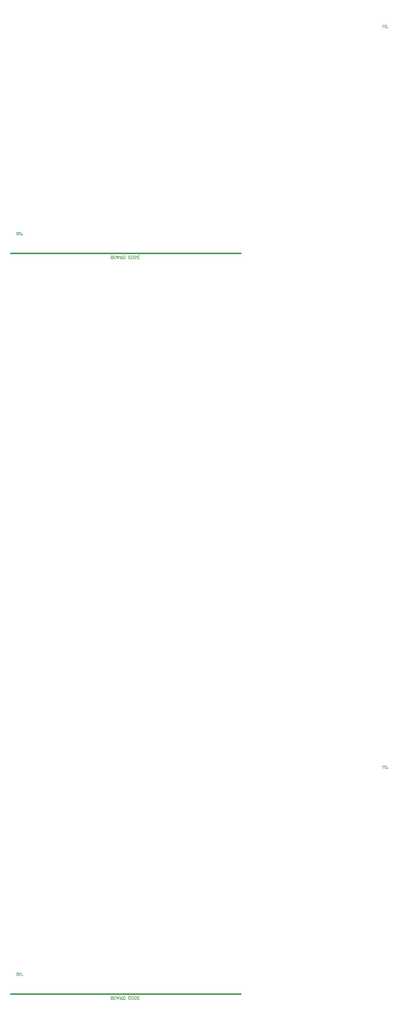
<source format=gbr>
G04 DipTrace 2.4.0.2*
%INBottomAssy.gbr*%
%MOMM*%
%ADD10C,0.25*%
%ADD12C,0.076*%
%FSLAX53Y53*%
G04*
G71*
G90*
G75*
G01*
%LNBotAssy*%
%LPD*%
X31040Y-1520D2*
D10*
X70560D1*
X95407Y37574D2*
D12*
Y37185D1*
X95431Y37112D1*
X95456Y37088D1*
X95504Y37064D1*
X95553D1*
X95601Y37088D1*
X95626Y37112D1*
X95650Y37185D1*
Y37234D1*
X95250Y37476D2*
X95201Y37501D1*
X95128Y37573D1*
Y37064D1*
X94972Y37476D2*
X94923Y37501D1*
X94850Y37573D1*
Y37064D1*
X32854Y2114D2*
Y1725D1*
X32878Y1652D1*
X32903Y1628D1*
X32951Y1604D1*
X33000D1*
X33048Y1628D1*
X33072Y1652D1*
X33097Y1725D1*
Y1774D1*
X32697Y2016D2*
X32648Y2041D1*
X32575Y2113D1*
Y1604D1*
X32127Y2041D2*
X32151Y2089D1*
X32224Y2113D1*
X32272D1*
X32345Y2089D1*
X32394Y2016D1*
X32418Y1895D1*
Y1774D1*
X32394Y1677D1*
X32345Y1628D1*
X32272Y1604D1*
X32248D1*
X32176Y1628D1*
X32127Y1677D1*
X32103Y1750D1*
Y1774D1*
X32127Y1847D1*
X32176Y1895D1*
X32248Y1919D1*
X32272D1*
X32345Y1895D1*
X32394Y1847D1*
X32418Y1774D1*
X48273Y-2493D2*
Y-1982D1*
X48492D1*
X48565Y-2007D1*
X48589Y-2031D1*
X48613Y-2079D1*
Y-2152D1*
X48589Y-2201D1*
X48565Y-2225D1*
X48492Y-2250D1*
X48565Y-2274D1*
X48589Y-2298D1*
X48613Y-2347D1*
Y-2396D1*
X48589Y-2444D1*
X48565Y-2469D1*
X48492Y-2493D1*
X48273D1*
Y-2250D2*
X48492D1*
X48916Y-2493D2*
X48867Y-2469D1*
X48819Y-2420D1*
X48794Y-2371D1*
X48770Y-2298D1*
Y-2177D1*
X48794Y-2104D1*
X48819Y-2055D1*
X48867Y-2007D1*
X48916Y-1982D1*
X49013D1*
X49061Y-2007D1*
X49110Y-2055D1*
X49134Y-2104D1*
X49158Y-2177D1*
Y-2298D1*
X49134Y-2371D1*
X49110Y-2420D1*
X49061Y-2469D1*
X49013Y-2493D1*
X48916D1*
X49704Y-1982D2*
X49509Y-2493D1*
X49315Y-1982D1*
X49388Y-2152D2*
X49631D1*
X49861Y-2250D2*
X50080D1*
X50153Y-2274D1*
X50177Y-2298D1*
X50201Y-2347D1*
Y-2396D1*
X50177Y-2444D1*
X50153Y-2469D1*
X50080Y-2493D1*
X49861D1*
Y-1982D1*
X50031Y-2250D2*
X50201Y-1982D1*
X50358Y-2493D2*
Y-1982D1*
X50528D1*
X50601Y-2007D1*
X50650Y-2055D1*
X50674Y-2104D1*
X50699Y-2177D1*
Y-2298D1*
X50674Y-2371D1*
X50650Y-2420D1*
X50601Y-2469D1*
X50528Y-2493D1*
X50358D1*
X51665D2*
X51349D1*
Y-1982D1*
X51665D1*
X51349Y-2250D2*
X51544D1*
X51822Y-2493D2*
Y-1982D1*
X51992D1*
X52065Y-2007D1*
X52114Y-2055D1*
X52138Y-2104D1*
X52162Y-2177D1*
Y-2298D1*
X52138Y-2371D1*
X52114Y-2420D1*
X52065Y-2469D1*
X51992Y-2493D1*
X51822D1*
X52683Y-2371D2*
X52659Y-2420D1*
X52610Y-2469D1*
X52562Y-2493D1*
X52465D1*
X52416Y-2469D1*
X52368Y-2420D1*
X52343Y-2371D1*
X52319Y-2298D1*
Y-2177D1*
X52343Y-2104D1*
X52368Y-2055D1*
X52416Y-2007D1*
X52465Y-1982D1*
X52562D1*
X52610Y-2007D1*
X52659Y-2055D1*
X52683Y-2104D1*
Y-2177D1*
X52562D1*
X53156Y-2493D2*
X52840D1*
Y-1982D1*
X53156D1*
X52840Y-2250D2*
X53034D1*
X31040Y125320D2*
D10*
X70560D1*
X95407Y164414D2*
D12*
Y164025D1*
X95431Y163952D1*
X95456Y163928D1*
X95504Y163904D1*
X95553D1*
X95601Y163928D1*
X95626Y163952D1*
X95650Y164025D1*
Y164074D1*
X95250Y164316D2*
X95201Y164341D1*
X95128Y164413D1*
Y163904D1*
X94972Y164316D2*
X94923Y164341D1*
X94850Y164413D1*
Y163904D1*
X32854Y128954D2*
Y128565D1*
X32878Y128492D1*
X32903Y128468D1*
X32951Y128444D1*
X33000D1*
X33048Y128468D1*
X33072Y128492D1*
X33097Y128565D1*
Y128614D1*
X32697Y128856D2*
X32648Y128881D1*
X32575Y128953D1*
Y128444D1*
X32127Y128881D2*
X32151Y128929D1*
X32224Y128953D1*
X32272D1*
X32345Y128929D1*
X32394Y128856D1*
X32418Y128735D1*
Y128614D1*
X32394Y128517D1*
X32345Y128468D1*
X32272Y128444D1*
X32248D1*
X32176Y128468D1*
X32127Y128517D1*
X32103Y128590D1*
Y128614D1*
X32127Y128687D1*
X32176Y128735D1*
X32248Y128759D1*
X32272D1*
X32345Y128735D1*
X32394Y128687D1*
X32418Y128614D1*
X48273Y124347D2*
Y124858D1*
X48492D1*
X48565Y124833D1*
X48589Y124809D1*
X48613Y124761D1*
Y124688D1*
X48589Y124639D1*
X48565Y124615D1*
X48492Y124590D1*
X48565Y124566D1*
X48589Y124542D1*
X48613Y124493D1*
Y124444D1*
X48589Y124396D1*
X48565Y124371D1*
X48492Y124347D1*
X48273D1*
Y124590D2*
X48492D1*
X48916Y124347D2*
X48867Y124371D1*
X48819Y124420D1*
X48794Y124469D1*
X48770Y124542D1*
Y124663D1*
X48794Y124736D1*
X48819Y124785D1*
X48867Y124833D1*
X48916Y124858D1*
X49013D1*
X49061Y124833D1*
X49110Y124785D1*
X49134Y124736D1*
X49158Y124663D1*
Y124542D1*
X49134Y124469D1*
X49110Y124420D1*
X49061Y124371D1*
X49013Y124347D1*
X48916D1*
X49704Y124858D2*
X49509Y124347D1*
X49315Y124858D1*
X49388Y124688D2*
X49631D1*
X49861Y124590D2*
X50080D1*
X50153Y124566D1*
X50177Y124542D1*
X50201Y124493D1*
Y124444D1*
X50177Y124396D1*
X50153Y124371D1*
X50080Y124347D1*
X49861D1*
Y124858D1*
X50031Y124590D2*
X50201Y124858D1*
X50358Y124347D2*
Y124858D1*
X50528D1*
X50601Y124833D1*
X50650Y124785D1*
X50674Y124736D1*
X50699Y124663D1*
Y124542D1*
X50674Y124469D1*
X50650Y124420D1*
X50601Y124371D1*
X50528Y124347D1*
X50358D1*
X51665D2*
X51349D1*
Y124858D1*
X51665D1*
X51349Y124590D2*
X51544D1*
X51822Y124347D2*
Y124858D1*
X51992D1*
X52065Y124833D1*
X52114Y124785D1*
X52138Y124736D1*
X52162Y124663D1*
Y124542D1*
X52138Y124469D1*
X52114Y124420D1*
X52065Y124371D1*
X51992Y124347D1*
X51822D1*
X52683Y124469D2*
X52659Y124420D1*
X52610Y124371D1*
X52562Y124347D1*
X52465D1*
X52416Y124371D1*
X52368Y124420D1*
X52343Y124469D1*
X52319Y124542D1*
Y124663D1*
X52343Y124736D1*
X52368Y124785D1*
X52416Y124833D1*
X52465Y124858D1*
X52562D1*
X52610Y124833D1*
X52659Y124785D1*
X52683Y124736D1*
Y124663D1*
X52562D1*
X53156Y124347D2*
X52840D1*
Y124858D1*
X53156D1*
X52840Y124590D2*
X53034D1*
M02*

</source>
